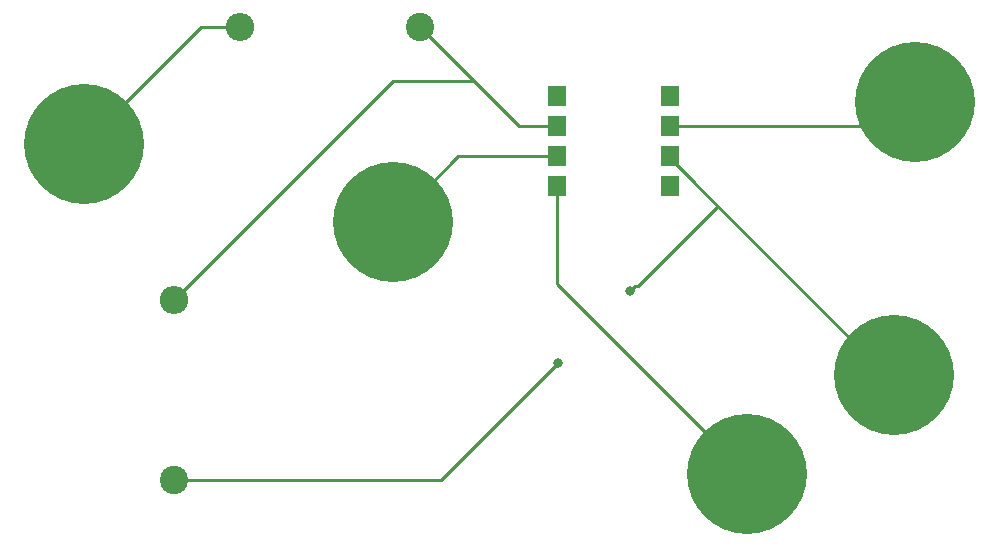
<source format=gtl>
G04 #@! TF.GenerationSoftware,KiCad,Pcbnew,(5.1.0)-1*
G04 #@! TF.CreationDate,2019-06-02T20:16:14+05:30*
G04 #@! TF.ProjectId,OpAmp,4f70416d-702e-46b6-9963-61645f706362,rev?*
G04 #@! TF.SameCoordinates,Original*
G04 #@! TF.FileFunction,Copper,L1,Top*
G04 #@! TF.FilePolarity,Positive*
%FSLAX46Y46*%
G04 Gerber Fmt 4.6, Leading zero omitted, Abs format (unit mm)*
G04 Created by KiCad (PCBNEW (5.1.0)-1) date 2019-06-02 20:16:14*
%MOMM*%
%LPD*%
G04 APERTURE LIST*
%ADD10C,10.160000*%
%ADD11C,2.400000*%
%ADD12O,2.400000X2.400000*%
%ADD13R,1.500000X1.780000*%
%ADD14C,0.800000*%
%ADD15C,0.250000*%
G04 APERTURE END LIST*
D10*
X123698000Y-95250000D03*
X97536000Y-88646000D03*
X167894000Y-85090000D03*
X153670000Y-116586000D03*
X166116000Y-108204000D03*
D11*
X125984000Y-78740000D03*
D12*
X110744000Y-78740000D03*
X105156000Y-101854000D03*
D11*
X105156000Y-117094000D03*
D13*
X137598001Y-84623001D03*
X147128001Y-92243001D03*
X137598001Y-87163001D03*
X147128001Y-89703001D03*
X137598001Y-89703001D03*
X147128001Y-87163001D03*
X137598001Y-92243001D03*
X147128001Y-84623001D03*
D14*
X137668000Y-107188000D03*
X143764000Y-101092000D03*
D15*
X129244999Y-89703001D02*
X123698000Y-95250000D01*
X137598001Y-89703001D02*
X129244999Y-89703001D01*
X107442000Y-78740000D02*
X110744000Y-78740000D01*
X97536000Y-88646000D02*
X107442000Y-78740000D01*
X165820999Y-87163001D02*
X167894000Y-85090000D01*
X147128001Y-87163001D02*
X165820999Y-87163001D01*
X137598001Y-100514001D02*
X153670000Y-116586000D01*
X137598001Y-92243001D02*
X137598001Y-100514001D01*
X165489000Y-108204000D02*
X166116000Y-108204000D01*
X147128001Y-89843001D02*
X165489000Y-108204000D01*
X147128001Y-89703001D02*
X147128001Y-89843001D01*
X105156000Y-117094000D02*
X127762000Y-117094000D01*
X127762000Y-117094000D02*
X137668000Y-107188000D01*
X144163999Y-100692001D02*
X144417999Y-100692001D01*
X143764000Y-101092000D02*
X144163999Y-100692001D01*
X144417999Y-100692001D02*
X151130000Y-93980000D01*
X134407001Y-87163001D02*
X137598001Y-87163001D01*
X123698000Y-83312000D02*
X130556000Y-83312000D01*
X105156000Y-101854000D02*
X123698000Y-83312000D01*
X125984000Y-78740000D02*
X130556000Y-83312000D01*
X130556000Y-83312000D02*
X134407001Y-87163001D01*
M02*

</source>
